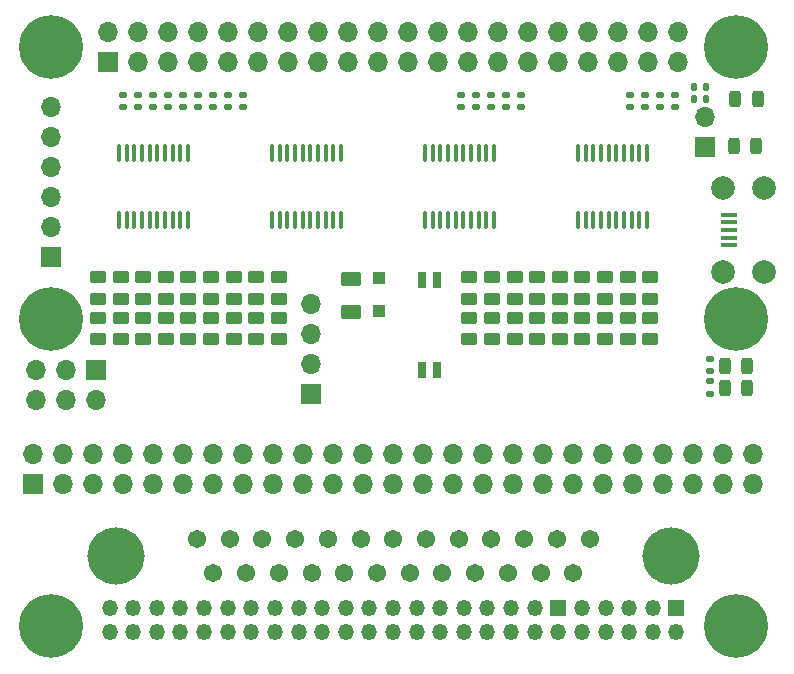
<source format=gts>
G04 #@! TF.GenerationSoftware,KiCad,Pcbnew,(6.0.4)*
G04 #@! TF.CreationDate,2022-07-19T20:37:22-05:00*
G04 #@! TF.ProjectId,rascsi_2p6,72617363-7369-45f3-9270-362e6b696361,rev?*
G04 #@! TF.SameCoordinates,Original*
G04 #@! TF.FileFunction,Soldermask,Top*
G04 #@! TF.FilePolarity,Negative*
%FSLAX46Y46*%
G04 Gerber Fmt 4.6, Leading zero omitted, Abs format (unit mm)*
G04 Created by KiCad (PCBNEW (6.0.4)) date 2022-07-19 20:37:22*
%MOMM*%
%LPD*%
G01*
G04 APERTURE LIST*
G04 Aperture macros list*
%AMRoundRect*
0 Rectangle with rounded corners*
0 $1 Rounding radius*
0 $2 $3 $4 $5 $6 $7 $8 $9 X,Y pos of 4 corners*
0 Add a 4 corners polygon primitive as box body*
4,1,4,$2,$3,$4,$5,$6,$7,$8,$9,$2,$3,0*
0 Add four circle primitives for the rounded corners*
1,1,$1+$1,$2,$3*
1,1,$1+$1,$4,$5*
1,1,$1+$1,$6,$7*
1,1,$1+$1,$8,$9*
0 Add four rect primitives between the rounded corners*
20,1,$1+$1,$2,$3,$4,$5,0*
20,1,$1+$1,$4,$5,$6,$7,0*
20,1,$1+$1,$6,$7,$8,$9,0*
20,1,$1+$1,$8,$9,$2,$3,0*%
G04 Aperture macros list end*
%ADD10RoundRect,0.100000X-0.100000X0.637500X-0.100000X-0.637500X0.100000X-0.637500X0.100000X0.637500X0*%
%ADD11RoundRect,0.100000X0.100000X-0.637500X0.100000X0.637500X-0.100000X0.637500X-0.100000X-0.637500X0*%
%ADD12RoundRect,0.243750X0.243750X0.456250X-0.243750X0.456250X-0.243750X-0.456250X0.243750X-0.456250X0*%
%ADD13C,0.800000*%
%ADD14C,5.400000*%
%ADD15R,1.700000X1.700000*%
%ADD16O,1.700000X1.700000*%
%ADD17RoundRect,0.250000X-0.450000X0.262500X-0.450000X-0.262500X0.450000X-0.262500X0.450000X0.262500X0*%
%ADD18RoundRect,0.250000X-0.625000X0.375000X-0.625000X-0.375000X0.625000X-0.375000X0.625000X0.375000X0*%
%ADD19RoundRect,0.135000X-0.135000X-0.185000X0.135000X-0.185000X0.135000X0.185000X-0.135000X0.185000X0*%
%ADD20RoundRect,0.135000X-0.185000X0.135000X-0.185000X-0.135000X0.185000X-0.135000X0.185000X0.135000X0*%
%ADD21RoundRect,0.250000X0.450000X-0.262500X0.450000X0.262500X-0.450000X0.262500X-0.450000X-0.262500X0*%
%ADD22R,0.750000X1.425000*%
%ADD23R,1.100000X1.100000*%
%ADD24R,1.400000X0.400000*%
%ADD25C,2.000000*%
%ADD26R,1.350000X1.350000*%
%ADD27O,1.350000X1.350000*%
%ADD28C,1.545000*%
%ADD29C,4.845000*%
G04 APERTURE END LIST*
D10*
X228477000Y-54922500D03*
X227827000Y-54922500D03*
X227177000Y-54922500D03*
X226527000Y-54922500D03*
X225877000Y-54922500D03*
X225227000Y-54922500D03*
X224577000Y-54922500D03*
X223927000Y-54922500D03*
X223277000Y-54922500D03*
X222627000Y-54922500D03*
X222627000Y-60647500D03*
X223277000Y-60647500D03*
X223927000Y-60647500D03*
X224577000Y-60647500D03*
X225227000Y-60647500D03*
X225877000Y-60647500D03*
X226527000Y-60647500D03*
X227177000Y-60647500D03*
X227827000Y-60647500D03*
X228477000Y-60647500D03*
X215523000Y-54922500D03*
X214873000Y-54922500D03*
X214223000Y-54922500D03*
X213573000Y-54922500D03*
X212923000Y-54922500D03*
X212273000Y-54922500D03*
X211623000Y-54922500D03*
X210973000Y-54922500D03*
X210323000Y-54922500D03*
X209673000Y-54922500D03*
X209673000Y-60647500D03*
X210323000Y-60647500D03*
X210973000Y-60647500D03*
X211623000Y-60647500D03*
X212273000Y-60647500D03*
X212923000Y-60647500D03*
X213573000Y-60647500D03*
X214223000Y-60647500D03*
X214873000Y-60647500D03*
X215523000Y-60647500D03*
D11*
X183765000Y-60647500D03*
X184415000Y-60647500D03*
X185065000Y-60647500D03*
X185715000Y-60647500D03*
X186365000Y-60647500D03*
X187015000Y-60647500D03*
X187665000Y-60647500D03*
X188315000Y-60647500D03*
X188965000Y-60647500D03*
X189615000Y-60647500D03*
X189615000Y-54922500D03*
X188965000Y-54922500D03*
X188315000Y-54922500D03*
X187665000Y-54922500D03*
X187015000Y-54922500D03*
X186365000Y-54922500D03*
X185715000Y-54922500D03*
X185065000Y-54922500D03*
X184415000Y-54922500D03*
X183765000Y-54922500D03*
X196719000Y-60647500D03*
X197369000Y-60647500D03*
X198019000Y-60647500D03*
X198669000Y-60647500D03*
X199319000Y-60647500D03*
X199969000Y-60647500D03*
X200619000Y-60647500D03*
X201269000Y-60647500D03*
X201919000Y-60647500D03*
X202569000Y-60647500D03*
X202569000Y-54922500D03*
X201919000Y-54922500D03*
X201269000Y-54922500D03*
X200619000Y-54922500D03*
X199969000Y-54922500D03*
X199319000Y-54922500D03*
X198669000Y-54922500D03*
X198019000Y-54922500D03*
X197369000Y-54922500D03*
X196719000Y-54922500D03*
D12*
X236967000Y-74866500D03*
X235092000Y-74866500D03*
X237841000Y-50419000D03*
X235966000Y-50419000D03*
X237729000Y-54356000D03*
X235854000Y-54356000D03*
D13*
X180025000Y-46000000D03*
X176568109Y-47431891D03*
X178000000Y-43975000D03*
D14*
X178000000Y-46000000D03*
D13*
X178000000Y-48025000D03*
X179431891Y-47431891D03*
X175975000Y-46000000D03*
X179431891Y-44568109D03*
X176568109Y-44568109D03*
X178000000Y-71025000D03*
X175975000Y-69000000D03*
X179431891Y-70431891D03*
X176568109Y-67568109D03*
X179431891Y-67568109D03*
D14*
X178000000Y-69000000D03*
D13*
X180025000Y-69000000D03*
X176568109Y-70431891D03*
X178000000Y-66975000D03*
X179431891Y-93568109D03*
X178000000Y-97025000D03*
X176568109Y-93568109D03*
X175975000Y-95000000D03*
X179431891Y-96431891D03*
X178000000Y-92975000D03*
X176568109Y-96431891D03*
X180025000Y-95000000D03*
D14*
X178000000Y-95000000D03*
D15*
X178010000Y-63780000D03*
D16*
X178010000Y-61240000D03*
X178010000Y-58700000D03*
X178010000Y-56160000D03*
X178010000Y-53620000D03*
X178010000Y-51080000D03*
D13*
X236000000Y-71025000D03*
X234568109Y-70431891D03*
D14*
X236000000Y-69000000D03*
D13*
X238025000Y-69000000D03*
X236000000Y-66975000D03*
X237431891Y-70431891D03*
X237431891Y-67568109D03*
X233975000Y-69000000D03*
X234568109Y-67568109D03*
X236000000Y-92975000D03*
X238025000Y-95000000D03*
X234568109Y-96431891D03*
D14*
X236000000Y-95000000D03*
D13*
X236000000Y-97025000D03*
X234568109Y-93568109D03*
X237431891Y-93568109D03*
X237431891Y-96431891D03*
X233975000Y-95000000D03*
X238025000Y-46000000D03*
X237431891Y-47431891D03*
X236000000Y-43975000D03*
X234568109Y-47431891D03*
D14*
X236000000Y-46000000D03*
D13*
X234568109Y-44568109D03*
X236000000Y-48025000D03*
X237431891Y-44568109D03*
X233975000Y-46000000D03*
D17*
X221090000Y-65487500D03*
X221090000Y-67312500D03*
D18*
X203450000Y-65600000D03*
X203450000Y-68400000D03*
D19*
X232448500Y-49339500D03*
X233468500Y-49339500D03*
D20*
X233807000Y-74293000D03*
X233807000Y-75313000D03*
X227012500Y-50059000D03*
X227012500Y-51079000D03*
X228282500Y-50059000D03*
X228282500Y-51079000D03*
X229552500Y-50059000D03*
X229552500Y-51079000D03*
X212725000Y-50059000D03*
X212725000Y-51079000D03*
X215265000Y-50059000D03*
X215265000Y-51079000D03*
X216535000Y-50059000D03*
X216535000Y-51079000D03*
X217805000Y-50059000D03*
X217805000Y-51079000D03*
X185420000Y-50059000D03*
X185420000Y-51079000D03*
X186690000Y-50059000D03*
X186690000Y-51079000D03*
X190500000Y-50059000D03*
X190500000Y-51079000D03*
X191770000Y-50059000D03*
X191770000Y-51079000D03*
X193040000Y-50059000D03*
X193040000Y-51079000D03*
X194310000Y-50059000D03*
X194310000Y-51079000D03*
D17*
X223002500Y-65487500D03*
X223002500Y-67312500D03*
X224915000Y-65487500D03*
X224915000Y-67312500D03*
X226827500Y-65487500D03*
X226827500Y-67312500D03*
X228740000Y-65487500D03*
X228740000Y-67312500D03*
X213440000Y-65487500D03*
X213440000Y-67312500D03*
X215352500Y-65487500D03*
X215352500Y-67312500D03*
X217265000Y-65487500D03*
X217265000Y-67312500D03*
X219177500Y-65487500D03*
X219177500Y-67312500D03*
X185825000Y-65487500D03*
X185825000Y-67312500D03*
X187737500Y-65487500D03*
X187737500Y-67312500D03*
X189650000Y-65487500D03*
X189650000Y-67312500D03*
X191562500Y-65487500D03*
X191562500Y-67312500D03*
X193475000Y-65487500D03*
X193475000Y-67312500D03*
X195387500Y-65487500D03*
X195387500Y-67312500D03*
X197300000Y-65487500D03*
X197300000Y-67312500D03*
D21*
X223002500Y-70712500D03*
X223002500Y-68887500D03*
X224915000Y-70712500D03*
X224915000Y-68887500D03*
X226827500Y-70712500D03*
X226827500Y-68887500D03*
X228740000Y-70712500D03*
X228740000Y-68887500D03*
X213440000Y-70712500D03*
X213440000Y-68887500D03*
X215352500Y-70712500D03*
X215352500Y-68887500D03*
X217265000Y-70712500D03*
X217265000Y-68887500D03*
X219177500Y-70712500D03*
X219177500Y-68887500D03*
X221090000Y-70712500D03*
X221090000Y-68887500D03*
X182000000Y-70712500D03*
X182000000Y-68887500D03*
X183912500Y-70712500D03*
X183912500Y-68887500D03*
X185825000Y-70712500D03*
X185825000Y-68887500D03*
X187737500Y-70712500D03*
X187737500Y-68887500D03*
X189650000Y-70712500D03*
X189650000Y-68887500D03*
X191562500Y-70712500D03*
X191562500Y-68887500D03*
X193475000Y-70712500D03*
X193475000Y-68887500D03*
X195387500Y-70712500D03*
X195387500Y-68887500D03*
X197300000Y-70712500D03*
X197300000Y-68887500D03*
D20*
X189230000Y-50059000D03*
X189230000Y-51079000D03*
X184150000Y-50059000D03*
X184150000Y-51079000D03*
X187960000Y-50059000D03*
X187960000Y-51079000D03*
D17*
X182000000Y-65487500D03*
X182000000Y-67312500D03*
X183912500Y-65487500D03*
X183912500Y-67312500D03*
D20*
X233807000Y-72388000D03*
X233807000Y-73408000D03*
D22*
X210715000Y-65687500D03*
X209445000Y-65687500D03*
X209445000Y-73311500D03*
X210715000Y-73311500D03*
D23*
X205770000Y-65525000D03*
X205770000Y-68325000D03*
D12*
X236967000Y-72961500D03*
X235092000Y-72961500D03*
D19*
X232448500Y-50355500D03*
X233468500Y-50355500D03*
D24*
X235405000Y-62760000D03*
X235405000Y-62110000D03*
X235405000Y-61460000D03*
X235405000Y-60810000D03*
X235405000Y-60160000D03*
D25*
X238355000Y-65035000D03*
X238355000Y-57885000D03*
X234905000Y-57885000D03*
X234905000Y-65035000D03*
D15*
X176466500Y-82994500D03*
D16*
X176466500Y-80454500D03*
X179006500Y-82994500D03*
X179006500Y-80454500D03*
X181546500Y-82994500D03*
X181546500Y-80454500D03*
X184086500Y-82994500D03*
X184086500Y-80454500D03*
X186626500Y-82994500D03*
X186626500Y-80454500D03*
X189166500Y-82994500D03*
X189166500Y-80454500D03*
X191706500Y-82994500D03*
X191706500Y-80454500D03*
X194246500Y-82994500D03*
X194246500Y-80454500D03*
X196786500Y-82994500D03*
X196786500Y-80454500D03*
X199326500Y-82994500D03*
X199326500Y-80454500D03*
X201866500Y-82994500D03*
X201866500Y-80454500D03*
X204406500Y-82994500D03*
X204406500Y-80454500D03*
X206946500Y-82994500D03*
X206946500Y-80454500D03*
X209486500Y-82994500D03*
X209486500Y-80454500D03*
X212026500Y-82994500D03*
X212026500Y-80454500D03*
X214566500Y-82994500D03*
X214566500Y-80454500D03*
X217106500Y-82994500D03*
X217106500Y-80454500D03*
X219646500Y-82994500D03*
X219646500Y-80454500D03*
X222186500Y-82994500D03*
X222186500Y-80454500D03*
X224726500Y-82994500D03*
X224726500Y-80454500D03*
X227266500Y-82994500D03*
X227266500Y-80454500D03*
X229806500Y-82994500D03*
X229806500Y-80454500D03*
X232346500Y-82994500D03*
X232346500Y-80454500D03*
X234886500Y-82994500D03*
X234886500Y-80454500D03*
X237426500Y-82994500D03*
X237426500Y-80454500D03*
D26*
X230972000Y-93488000D03*
D27*
X230972000Y-95488000D03*
X228972000Y-93488000D03*
X228972000Y-95488000D03*
X226972000Y-93488000D03*
X226972000Y-95488000D03*
X224972000Y-93488000D03*
X224972000Y-95488000D03*
X222972000Y-93488000D03*
X222972000Y-95488000D03*
D26*
X220972000Y-93488000D03*
D27*
X220972000Y-95488000D03*
X218972000Y-93488000D03*
X218972000Y-95488000D03*
X216972000Y-93488000D03*
X216972000Y-95488000D03*
X214972000Y-93488000D03*
X214972000Y-95488000D03*
X212972000Y-93488000D03*
X212972000Y-95488000D03*
X210972000Y-93488000D03*
X210972000Y-95488000D03*
X208972000Y-93488000D03*
X208972000Y-95488000D03*
X206972000Y-93488000D03*
X206972000Y-95488000D03*
X204972000Y-93488000D03*
X204972000Y-95488000D03*
X202972000Y-93488000D03*
X202972000Y-95488000D03*
X200972000Y-93488000D03*
X200972000Y-95488000D03*
X198972000Y-93488000D03*
X198972000Y-95488000D03*
X196972000Y-93488000D03*
X196972000Y-95488000D03*
X194972000Y-93488000D03*
X194972000Y-95488000D03*
X192972000Y-93488000D03*
X192972000Y-95488000D03*
X190972000Y-93488000D03*
X190972000Y-95488000D03*
X188972000Y-93488000D03*
X188972000Y-95488000D03*
X186972000Y-93488000D03*
X186972000Y-95488000D03*
X184972000Y-93488000D03*
X184972000Y-95488000D03*
X182972000Y-93488000D03*
X182972000Y-95488000D03*
D20*
X230822500Y-50059000D03*
X230822500Y-51079000D03*
X213995000Y-50059000D03*
X213995000Y-51079000D03*
D15*
X181810000Y-73300000D03*
D16*
X181810000Y-75840000D03*
X179270000Y-73300000D03*
X179270000Y-75840000D03*
X176730000Y-73300000D03*
X176730000Y-75840000D03*
D15*
X200070000Y-75380000D03*
D16*
X200070000Y-72840000D03*
X200070000Y-70300000D03*
X200070000Y-67760000D03*
D15*
X182870000Y-47270000D03*
D16*
X182870000Y-44730000D03*
X185410000Y-47270000D03*
X185410000Y-44730000D03*
X187950000Y-47270000D03*
X187950000Y-44730000D03*
X190490000Y-47270000D03*
X190490000Y-44730000D03*
X193030000Y-47270000D03*
X193030000Y-44730000D03*
X195570000Y-47270000D03*
X195570000Y-44730000D03*
X198110000Y-47270000D03*
X198110000Y-44730000D03*
X200650000Y-47270000D03*
X200650000Y-44730000D03*
X203190000Y-47270000D03*
X203190000Y-44730000D03*
X205730000Y-47270000D03*
X205730000Y-44730000D03*
X208270000Y-47270000D03*
X208270000Y-44730000D03*
X210810000Y-47270000D03*
X210810000Y-44730000D03*
X213350000Y-47270000D03*
X213350000Y-44730000D03*
X215890000Y-47270000D03*
X215890000Y-44730000D03*
X218430000Y-47270000D03*
X218430000Y-44730000D03*
X220970000Y-47270000D03*
X220970000Y-44730000D03*
X223510000Y-47270000D03*
X223510000Y-44730000D03*
X226050000Y-47270000D03*
X226050000Y-44730000D03*
X228590000Y-47270000D03*
X228590000Y-44730000D03*
X231130000Y-47270000D03*
X231130000Y-44730000D03*
D28*
X223621600Y-87630000D03*
X220851600Y-87630000D03*
X218081600Y-87630000D03*
X215311600Y-87630000D03*
X212541600Y-87630000D03*
X209771600Y-87630000D03*
X207001600Y-87630000D03*
X204231600Y-87630000D03*
X201461600Y-87630000D03*
X198691600Y-87630000D03*
X195921600Y-87630000D03*
X193151600Y-87630000D03*
X190381600Y-87630000D03*
X222236600Y-90470000D03*
X219466600Y-90470000D03*
X216696600Y-90470000D03*
X213926600Y-90470000D03*
X211156600Y-90470000D03*
X208386600Y-90470000D03*
X205616600Y-90470000D03*
X202846600Y-90470000D03*
X200076600Y-90470000D03*
X197306600Y-90470000D03*
X194536600Y-90470000D03*
X191766600Y-90470000D03*
D29*
X230521600Y-89050000D03*
X183481600Y-89050000D03*
D15*
X233426000Y-54483000D03*
D16*
X233426000Y-51943000D03*
M02*

</source>
